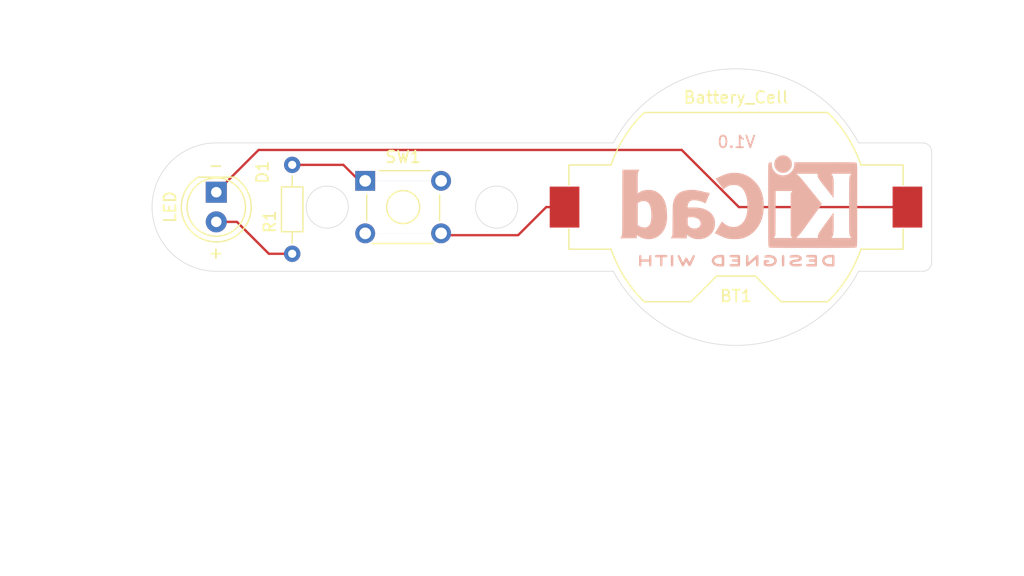
<source format=kicad_pcb>
(kicad_pcb (version 20240108) (generator "pcbnew") (generator_version "8.0")
  (title_block (title "LED Torch") (date "2024-12-27") (comment 1 "Proyecto 1 de Kicad Like a Pro 3ed") (comment 2 "Giancarlo Torlone"))
  (layers (0 "F.Cu" signal) (31 "B.Cu" signal) (34 "B.Paste" user) (35 "F.Paste" user) (36 "B.SilkS" user "B.Silkscreen") (37 "F.SilkS" user "F.Silkscreen") (38 "B.Mask" user) (39 "F.Mask" user) (44 "Edge.Cuts" user))
  (net 0 "")
  (net 1 "/Positivo_Bateria")
  (net 2 "/Catodo")
  (net 3 "/Anodo")
  (net 4 "Net-(SW1A-A)")
  (footprint "Resistor_THT:R_Axial_DIN0204_L3.6mm_D1.6mm_P7.62mm_Horizontal" (layer "F.Cu") (at 129 109.25 90)
    (property "Reference" "R1" (at 2.75 -1.92 90) (layer "F.SilkS"))
    (property "Value" "R")
    (pad "1" thru_hole circle (at 0 0 90) (size 1.4 1.4) (drill 0.7) (layers "*.Cu" "*.Mask") (net 3 "/Anodo"))
    (pad "2" thru_hole oval (at 7.62 0 90) (size 1.4 1.4) (drill 0.7) (layers "*.Cu" "*.Mask") (net 4 "Net-(SW1A-A)"))
  )
  (footprint "LED_THT:LED_D5.0mm" (layer "F.Cu") (at 122.5 103.975 -90)
    (property "Reference" "D1" (at -1.725 -3.96 90) (layer "F.SilkS"))
    (property "Value" "LED" (at 1.27 3.96 90) (layer "F.SilkS"))
    (pad "1" thru_hole rect (at 0 0 270) (size 1.8 1.8) (drill 0.9) (layers "*.Cu" "*.Mask") (net 2 "/Catodo"))
    (pad "2" thru_hole circle (at 2.54 0 270) (size 1.8 1.8) (drill 0.9) (layers "*.Cu" "*.Mask") (net 3 "/Anodo"))
  )
  (footprint "Button_Switch_THT:SW_TH_Tactile_Omron_B3F-10xx" (layer "F.Cu") (at 135.25 103)
    (property "Reference" "SW1" (at 3.25 -2.05 0) (layer "F.SilkS"))
    (property "Value" "SW_DPST_x2")
    (pad "1" thru_hole rect (at 0 0) (size 1.7 1.7) (drill 1) (layers "*.Cu" "*.Mask") (net 4 "Net-(SW1A-A)"))
    (pad "1" thru_hole circle (at 6.5 0) (size 1.7 1.7) (drill 1) (layers "*.Cu" "*.Mask") (net 4 "Net-(SW1A-A)"))
    (pad "2" thru_hole circle (at 0 4.5) (size 1.7 1.7) (drill 1) (layers "*.Cu" "*.Mask") (net 1 "/Positivo_Bateria"))
    (pad "2" thru_hole circle (at 6.5 4.5) (size 1.7 1.7) (drill 1) (layers "*.Cu" "*.Mask") (net 1 "/Positivo_Bateria"))
  )
  (footprint "Battery:BatteryHolder_Keystone_1058_1x2032" (layer "F.Cu") (at 167 105.25)
    (property "Reference" "BT1" (at 0 7.62 0) (layer "F.SilkS"))
    (property "Value" "Battery_Cell" (at 0 -9.398 0) (layer "F.SilkS"))
    (pad "1" smd rect (at -14.68 0) (size 2.54 3.51) (layers "F.Cu" "F.Paste" "F.Mask") (net 1 "/Positivo_Bateria"))
    (pad "2" smd rect (at 14.68 0) (size 2.54 3.51) (layers "F.Cu" "F.Paste" "F.Mask") (net 2 "/Catodo"))
  )
  (footprint "Symbol:KiCad-Logo2_8mm_SilkScreen" (layer "B.Cu") (at 167.25 104.75 180)
    (property "Reference" "REF1" (hide yes))
    (property "Value" "KiCad-Logo2_8mm_SilkScreen" (hide yes))
  )
  (gr_arc (start 156.500001 99.75) (mid 167 93.396731) (end 177.499999 99.75) (stroke (width 0.05)) (layer "Edge.Cuts"))
  (gr_line (start 122.5 110.75) (end 156.500001 110.75) (stroke (width 0.05)) (layer "Edge.Cuts"))
  (gr_arc (start 183 99.75) (mid 183.53033 99.96967) (end 183.75 100.5) (stroke (width 0.05)) (layer "Edge.Cuts"))
  (gr_line (start 177.499999 99.75) (end 183 99.75) (stroke (width 0.05)) (layer "Edge.Cuts"))
  (gr_line (start 177.499999 110.75) (end 183 110.75) (stroke (width 0.05)) (layer "Edge.Cuts"))
  (gr_arc (start 177.499999 110.75) (mid 167 117.103269) (end 156.500001 110.75) (stroke (width 0.05)) (layer "Edge.Cuts"))
  (gr_circle (center 132 105.25) (end 133 106.75) (stroke (width 0.05)) (fill none) (layer "Edge.Cuts"))
  (gr_arc (start 183.75 110) (mid 183.53033 110.53033) (end 183 110.75) (stroke (width 0.05)) (layer "Edge.Cuts"))
  (gr_circle (center 146.5 105.25) (end 147.5 106.75) (stroke (width 0.05)) (fill none) (layer "Edge.Cuts"))
  (gr_line (start 156.500001 99.75) (end 122.5 99.75) (stroke (width 0.05)) (layer "Edge.Cuts"))
  (gr_arc (start 122.5 110.75) (mid 117 105.25) (end 122.5 99.75) (stroke (width 0.05)) (layer "Edge.Cuts"))
  (gr_line (start 183.75 110) (end 183.75 100.5) (stroke (width 0.05)) (layer "Edge.Cuts"))
  (gr_text "V1.0" (at 168.75 100.25 0) (layer "B.SilkS") (effects (font (size 1 1)) (justify left bottom mirror)))
  (gr_text "-" (at 121.75 102.25 0) (layer "F.SilkS") (effects (font (size 1 1)) (justify left bottom)))
  (gr_text "+" (at 121.75 109.75 0) (layer "F.SilkS") (effects (font (size 1 1)) (justify left bottom)))
  (segment (start 150.75 105.25) (end 152.32 105.25) (width 0.2) (layer "F.Cu") (net 1))
  (segment (start 148.343002 107.656998) (end 150.75 105.25) (width 0.2) (layer "F.Cu") (net 1))
  (segment (start 141.906998 107.656998) (end 148.343002 107.656998) (width 0.2) (layer "F.Cu") (net 1))
  (segment (start 141.75 107.5) (end 141.906998 107.656998) (width 0.2) (layer "F.Cu") (net 1))
  (segment (start 135.25 107.5) (end 141.75 107.5) (width 0.005) (layer "B.Cu") (net 1))
  (segment (start 126.125 100.35) (end 162.35 100.35) (width 0.2) (layer "F.Cu") (net 2))
  (segment (start 122.5 103.975) (end 126.125 100.35) (width 0.2) (layer "F.Cu") (net 2))
  (segment (start 162.35 100.35) (end 167.25 105.25) (width 0.2) (layer "F.Cu") (net 2))
  (segment (start 167.25 105.25) (end 181.68 105.25) (width 0.2) (layer "F.Cu") (net 2))
  (segment (start 127 109.25) (end 129 109.25) (width 0.2) (layer "F.Cu") (net 3))
  (segment (start 124.265 106.515) (end 127 109.25) (width 0.2) (layer "F.Cu") (net 3))
  (segment (start 122.5 106.515) (end 124.265 106.515) (width 0.2) (layer "F.Cu") (net 3))
  (segment (start 134.75 103) (end 135.25 103) (width 0.2) (layer "F.Cu") (net 4))
  (segment (start 133.38 101.63) (end 134.75 103) (width 0.2) (layer "F.Cu") (net 4))
  (segment (start 129 101.63) (end 133.38 101.63) (width 0.2) (layer "F.Cu") (net 4))
  (segment (start 135.25 103) (end 141.75 103) (width 0.005) (layer "B.Cu") (net 4))
)
</source>
